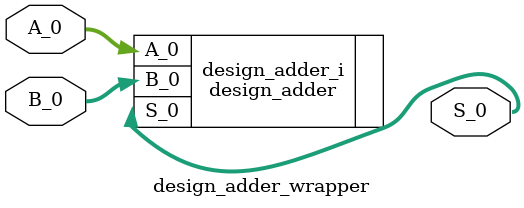
<source format=v>
`timescale 1ns / 1ps

module design_adder_wrapper
   (A_0,
    B_0,
    S_0);
  input [7:0]A_0;
  input [7:0]B_0;
  output [8:0]S_0;

  wire [7:0]A_0;
  wire [7:0]B_0;
  wire [8:0]S_0;

  design_adder design_adder_i
       (.A_0(A_0),
        .B_0(B_0),
        .S_0(S_0));
endmodule
</source>
